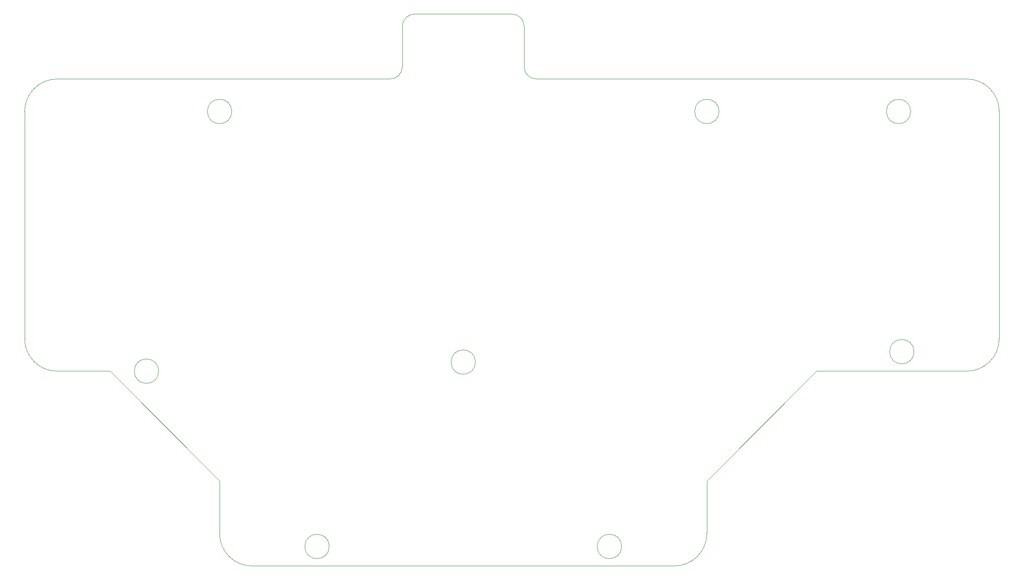
<source format=gm1>
%TF.GenerationSoftware,KiCad,Pcbnew,(7.0.0)*%
%TF.CreationDate,2023-03-05T08:54:37+05:30*%
%TF.ProjectId,Peridot Steno,50657269-646f-4742-9053-74656e6f2e6b,rev?*%
%TF.SameCoordinates,Original*%
%TF.FileFunction,Profile,NP*%
%FSLAX46Y46*%
G04 Gerber Fmt 4.6, Leading zero omitted, Abs format (unit mm)*
G04 Created by KiCad (PCBNEW (7.0.0)) date 2023-03-05 08:54:37*
%MOMM*%
%LPD*%
G01*
G04 APERTURE LIST*
%TA.AperFunction,Profile*%
%ADD10C,0.100000*%
%TD*%
G04 APERTURE END LIST*
D10*
X73818750Y-95250000D02*
X63500000Y-95250000D01*
X95250000Y-127000000D02*
G75*
G03*
X101600000Y-133350000I6350000J0D01*
G01*
X241300000Y-95250000D02*
X211931250Y-95250000D01*
X241300000Y-95250000D02*
G75*
G03*
X247650000Y-88900000I0J6350000D01*
G01*
X230981250Y-91440000D02*
G75*
G03*
X230981250Y-91440000I-2381250J0D01*
G01*
X130968750Y-27781250D02*
X130968750Y-35718750D01*
X128587500Y-38099950D02*
G75*
G03*
X130968750Y-35718750I0J2381250D01*
G01*
X192881250Y-44450000D02*
G75*
G03*
X192881250Y-44450000I-2381250J0D01*
G01*
X95250000Y-116681250D02*
X73818750Y-95250000D01*
X83343750Y-95250000D02*
G75*
G03*
X83343750Y-95250000I-2381250J0D01*
G01*
X211931250Y-95250000D02*
X190500000Y-116681250D01*
X154781250Y-27781250D02*
X154781250Y-35718750D01*
X128587500Y-38100000D02*
X63500000Y-38100000D01*
X154781200Y-35718750D02*
G75*
G03*
X157162500Y-38100000I2381300J50D01*
G01*
X116681250Y-129540000D02*
G75*
G03*
X116681250Y-129540000I-2381250J0D01*
G01*
X97631250Y-44450000D02*
G75*
G03*
X97631250Y-44450000I-2381250J0D01*
G01*
X133350000Y-25400000D02*
X152400000Y-25400000D01*
X57150000Y-88900000D02*
G75*
G03*
X63500000Y-95250000I6350000J0D01*
G01*
X247650000Y-44450000D02*
X247650000Y-88900000D01*
X133350000Y-25399950D02*
G75*
G03*
X130968750Y-27781250I100J-2381350D01*
G01*
X57150000Y-88900000D02*
X57150000Y-44450000D01*
X173831250Y-129540000D02*
G75*
G03*
X173831250Y-129540000I-2381250J0D01*
G01*
X247650000Y-44450000D02*
G75*
G03*
X241300000Y-38100000I-6350000J0D01*
G01*
X157162500Y-38100000D02*
X241300000Y-38100000D01*
X230346250Y-44450000D02*
G75*
G03*
X230346250Y-44450000I-2381250J0D01*
G01*
X95250000Y-116681250D02*
X95250000Y-127000000D01*
X154781200Y-27781250D02*
G75*
G03*
X152400000Y-25400000I-2381200J50D01*
G01*
X145256250Y-93472000D02*
G75*
G03*
X145256250Y-93472000I-2381250J0D01*
G01*
X190500000Y-127000000D02*
X190500000Y-116681250D01*
X184150000Y-133350000D02*
G75*
G03*
X190500000Y-127000000I0J6350000D01*
G01*
X101600000Y-133350000D02*
X184150000Y-133350000D01*
X63500000Y-38100000D02*
G75*
G03*
X57150000Y-44450000I0J-6350000D01*
G01*
M02*

</source>
